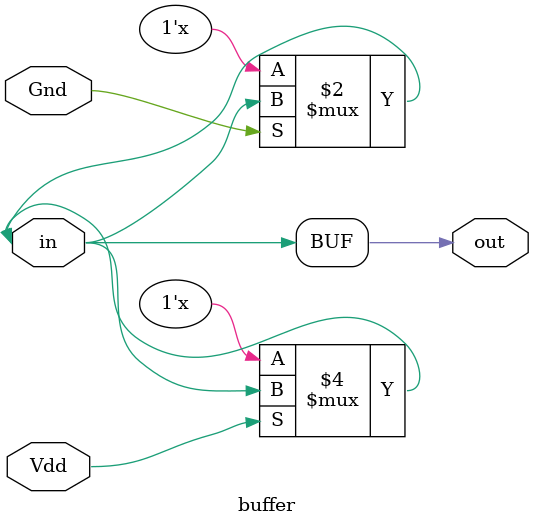
<source format=sv>
`timescale 1ns / 1ps

module buffer (
    input wire in,
    output wire out,
    input wire Gnd,  // GND
    input wire Vdd   // VDD
);

  assign out = in;

  // Pull-down resistor
  assign out = (Gnd == 1'b0) ? 1'bz : out;

  // Pull-up resistor
  assign out = (Vdd == 1'b0) ? 1'bz : out;

endmodule

</source>
